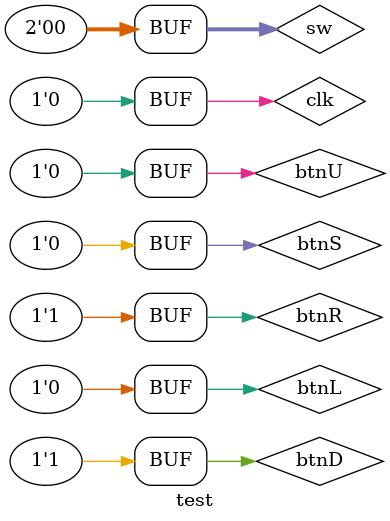
<source format=v>
`timescale 1ns / 1ps


module test;

	// Inputs
	reg clk;
	reg btnU;
	reg btnR;
	reg btnL;
	reg btnD;
	reg btnS;
	reg [1:0] sw;

	// Outputs
	wire [7:0] Led;
	wire [2:0] red;
	wire [2:0] green;
	wire [1:0] blue;
	wire hsync;
	wire vsync;
	wire [7:0] seg;
	wire [3:0] an;

	// Instantiate the Unit Under Test (UUT)
	Game uut (
		.clk(clk), 
		.btnU(btnU), 
		.btnR(btnR), 
		.btnL(btnL), 
		.btnD(btnD), 
		.btnS(btnS), 
		.sw(sw), 
		.Led(Led), 
		.red(red), 
		.green(green), 
		.blue(blue), 
		.hsync(hsync), 
		.vsync(vsync), 
		.seg(seg), 
		.an(an)
	);

	initial begin
		// Initialize Inputs
		clk = 0;
		btnU = 0;
		btnR = 0;
		btnL = 0;
		btnD = 0;
		btnS = 0;
		sw = 0;

		// Wait 100 ns for global reset to finish
		#100;
		btnD = 1;
		
		#100;
		btnR = 1;
        
		// Add stimulus here

	end
      
endmodule


</source>
